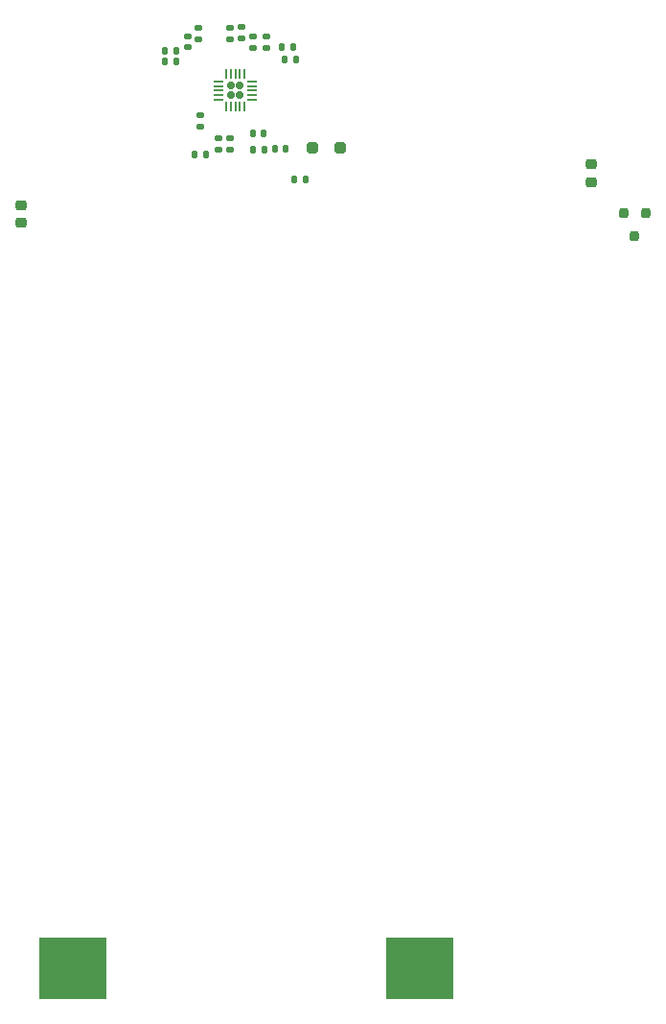
<source format=gbr>
%TF.GenerationSoftware,KiCad,Pcbnew,8.0.8*%
%TF.CreationDate,2025-02-28T01:53:59-06:00*%
%TF.ProjectId,B-Sides 2025,422d5369-6465-4732-9032-3032352e6b69,rev?*%
%TF.SameCoordinates,Original*%
%TF.FileFunction,Paste,Bot*%
%TF.FilePolarity,Positive*%
%FSLAX46Y46*%
G04 Gerber Fmt 4.6, Leading zero omitted, Abs format (unit mm)*
G04 Created by KiCad (PCBNEW 8.0.8) date 2025-02-28 01:53:59*
%MOMM*%
%LPD*%
G01*
G04 APERTURE LIST*
G04 Aperture macros list*
%AMRoundRect*
0 Rectangle with rounded corners*
0 $1 Rounding radius*
0 $2 $3 $4 $5 $6 $7 $8 $9 X,Y pos of 4 corners*
0 Add a 4 corners polygon primitive as box body*
4,1,4,$2,$3,$4,$5,$6,$7,$8,$9,$2,$3,0*
0 Add four circle primitives for the rounded corners*
1,1,$1+$1,$2,$3*
1,1,$1+$1,$4,$5*
1,1,$1+$1,$6,$7*
1,1,$1+$1,$8,$9*
0 Add four rect primitives between the rounded corners*
20,1,$1+$1,$2,$3,$4,$5,0*
20,1,$1+$1,$4,$5,$6,$7,0*
20,1,$1+$1,$6,$7,$8,$9,0*
20,1,$1+$1,$8,$9,$2,$3,0*%
G04 Aperture macros list end*
%ADD10RoundRect,0.218750X0.256250X-0.218750X0.256250X0.218750X-0.256250X0.218750X-0.256250X-0.218750X0*%
%ADD11RoundRect,0.135000X0.135000X0.185000X-0.135000X0.185000X-0.135000X-0.185000X0.135000X-0.185000X0*%
%ADD12R,6.000000X5.500000*%
%ADD13RoundRect,0.140000X-0.140000X-0.170000X0.140000X-0.170000X0.140000X0.170000X-0.140000X0.170000X0*%
%ADD14RoundRect,0.135000X0.185000X-0.135000X0.185000X0.135000X-0.185000X0.135000X-0.185000X-0.135000X0*%
%ADD15RoundRect,0.135000X-0.135000X-0.185000X0.135000X-0.185000X0.135000X0.185000X-0.135000X0.185000X0*%
%ADD16RoundRect,0.135000X-0.185000X0.135000X-0.185000X-0.135000X0.185000X-0.135000X0.185000X0.135000X0*%
%ADD17RoundRect,0.140000X0.170000X-0.140000X0.170000X0.140000X-0.170000X0.140000X-0.170000X-0.140000X0*%
%ADD18RoundRect,0.167500X0.167500X0.167500X-0.167500X0.167500X-0.167500X-0.167500X0.167500X-0.167500X0*%
%ADD19RoundRect,0.050000X0.375000X0.050000X-0.375000X0.050000X-0.375000X-0.050000X0.375000X-0.050000X0*%
%ADD20RoundRect,0.050000X0.050000X0.375000X-0.050000X0.375000X-0.050000X-0.375000X0.050000X-0.375000X0*%
%ADD21RoundRect,0.250000X-0.250000X-0.250000X0.250000X-0.250000X0.250000X0.250000X-0.250000X0.250000X0*%
%ADD22RoundRect,0.140000X0.140000X0.170000X-0.140000X0.170000X-0.140000X-0.170000X0.140000X-0.170000X0*%
%ADD23RoundRect,0.218750X-0.256250X0.218750X-0.256250X-0.218750X0.256250X-0.218750X0.256250X0.218750X0*%
%ADD24RoundRect,0.200000X-0.200000X0.250000X-0.200000X-0.250000X0.200000X-0.250000X0.200000X0.250000X0*%
G04 APERTURE END LIST*
D10*
%TO.C,Q1*%
X139890000Y-66427500D03*
X139890000Y-64852500D03*
%TD*%
D11*
%TO.C,R13*%
X114661560Y-66173431D03*
X113641560Y-66173431D03*
%TD*%
D12*
%TO.C,BT1*%
X124700000Y-135790000D03*
X94100000Y-135790000D03*
%TD*%
D13*
%TO.C,C1*%
X111931560Y-63513431D03*
X112891560Y-63513431D03*
%TD*%
D14*
%TO.C,R3*%
X105291560Y-61553431D03*
X105291560Y-60533431D03*
%TD*%
%TO.C,R14*%
X106911560Y-63553431D03*
X106911560Y-62533431D03*
%TD*%
D11*
%TO.C,R10*%
X105841560Y-63963431D03*
X104821560Y-63963431D03*
%TD*%
D15*
%TO.C,R4*%
X112491560Y-54513431D03*
X113511560Y-54513431D03*
%TD*%
D16*
%TO.C,R11*%
X108941560Y-52753431D03*
X108941560Y-53773431D03*
%TD*%
D17*
%TO.C,C3*%
X107921560Y-53793431D03*
X107921560Y-52833431D03*
%TD*%
D18*
%TO.C,U2*%
X108831560Y-58743431D03*
X108831560Y-57923431D03*
X108011560Y-58743431D03*
X108011560Y-57923431D03*
D19*
X109871560Y-57533431D03*
X109871560Y-57933431D03*
X109871560Y-58333431D03*
X109871560Y-58733431D03*
X109871560Y-59133431D03*
D20*
X109221560Y-59783431D03*
X108821560Y-59783431D03*
X108421560Y-59783431D03*
X108021560Y-59783431D03*
X107621560Y-59783431D03*
D19*
X106971560Y-59133431D03*
X106971560Y-58733431D03*
X106971560Y-58333431D03*
X106971560Y-57933431D03*
X106971560Y-57533431D03*
D20*
X107621560Y-56883431D03*
X108021560Y-56883431D03*
X108421560Y-56883431D03*
X108821560Y-56883431D03*
X109221560Y-56883431D03*
%TD*%
D21*
%TO.C,D13*%
X115201560Y-63423431D03*
X117701560Y-63423431D03*
%TD*%
D14*
%TO.C,R8*%
X105151560Y-53863431D03*
X105151560Y-52843431D03*
%TD*%
D15*
%TO.C,R7*%
X112811560Y-55643431D03*
X113831560Y-55643431D03*
%TD*%
D22*
%TO.C,C4*%
X110911560Y-62113431D03*
X109951560Y-62113431D03*
%TD*%
D11*
%TO.C,R1*%
X110971560Y-63523431D03*
X109951560Y-63523431D03*
%TD*%
D14*
%TO.C,R2*%
X110021560Y-54553431D03*
X110021560Y-53533431D03*
%TD*%
D11*
%TO.C,R12*%
X103251560Y-54833431D03*
X102231560Y-54833431D03*
%TD*%
D23*
%TO.C,Q2*%
X89511560Y-68435931D03*
X89511560Y-70010931D03*
%TD*%
D24*
%TO.C,Q3*%
X142761560Y-69183431D03*
X144661560Y-69183431D03*
X143711560Y-71183431D03*
%TD*%
D17*
%TO.C,C2*%
X104221560Y-54533431D03*
X104221560Y-53573431D03*
%TD*%
D14*
%TO.C,R5*%
X111171560Y-54613431D03*
X111171560Y-53593431D03*
%TD*%
D15*
%TO.C,R6*%
X102191560Y-55773431D03*
X103211560Y-55773431D03*
%TD*%
D14*
%TO.C,R9*%
X107921560Y-63553431D03*
X107921560Y-62533431D03*
%TD*%
M02*

</source>
